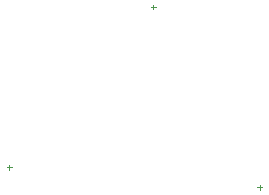
<source format=gm1>
G04 Layer_Color=16711935*
%FSAX25Y25*%
%MOIN*%
G70*
G01*
G75*
%ADD36C,0.00394*%
D36*
X0239113Y0245513D02*
X0240687D01*
X0239900Y0244725D02*
Y0246300D01*
X0287113Y0298913D02*
X0288687D01*
X0287900Y0298125D02*
Y0299700D01*
X0323300Y0238025D02*
Y0239600D01*
X0322513Y0238813D02*
X0324087D01*
M02*

</source>
